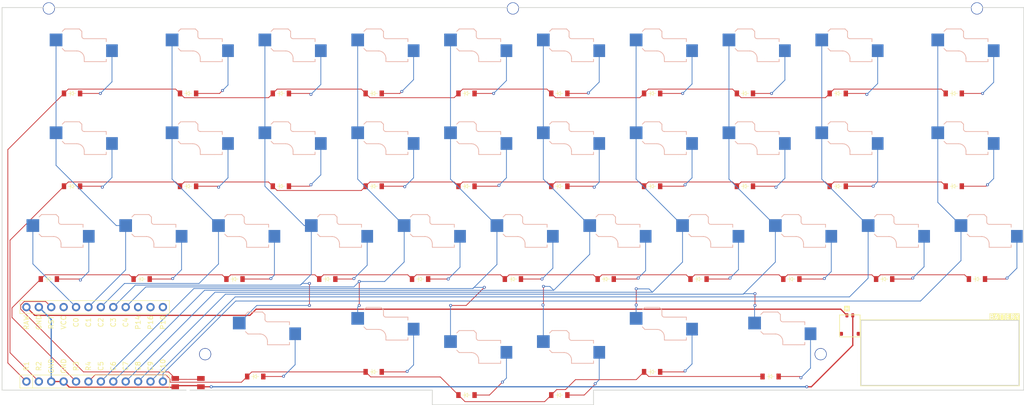
<source format=kicad_pcb>
(kicad_pcb (version 20240108) (generator "pcbnew") (generator_version "8.0")
  (title_block (title "Block") (rev "v1.0.0") (company "Unknown"))
  (layers (0 "F.Cu" signal) (31 "B.Cu" signal) (34 "B.Paste" user) (35 "F.Paste" user) (36 "B.SilkS" user "B.Silkscreen") (37 "F.SilkS" user "F.Silkscreen") (38 "B.Mask" user) (39 "F.Mask" user) (44 "Edge.Cuts" user))
  (net 0 "")
  (net 1 "RAW")
  (net 2 "GND")
  (net 3 "RST")
  (net 4 "VCC")
  (net 5 "C0")
  (net 6 "C1")
  (net 7 "C2")
  (net 8 "C3")
  (net 9 "C4")
  (net 10 "P14")
  (net 11 "P16")
  (net 12 "P10")
  (net 13 "R1")
  (net 14 "R2")
  (net 15 "R3")
  (net 16 "R4")
  (net 17 "C5")
  (net 18 "C6")
  (net 19 "C7")
  (net 20 "C8")
  (net 21 "C9")
  (net 22 "C10")
  (net 23 "q_top")
  (net 24 "w_top")
  (net 25 "e_top")
  (net 26 "r_top")
  (net 27 "t_top")
  (net 28 "y_top")
  (net 29 "u_top")
  (net 30 "i_top")
  (net 31 "o_top")
  (net 32 "p_top")
  (net 33 "a_home")
  (net 34 "s_home")
  (net 35 "d_home")
  (net 36 "f_home")
  (net 37 "g_home")
  (net 38 "h_home")
  (net 39 "j_home")
  (net 40 "k_home")
  (net 41 "l_home")
  (net 42 "semi_home")
  (net 43 "extra_bottom")
  (net 44 "z_bottom")
  (net 45 "x_bottom")
  (net 46 "c_bottom")
  (net 47 "v_bottom")
  (net 48 "b_bottom")
  (net 49 "n_bottom")
  (net 50 "m_bottom")
  (net 51 "comma_bottom")
  (net 52 "dot_bottom")
  (net 53 "slash_bottom")
  (net 54 "flex_thumb")
  (net 55 "base_thumb")
  (net 56 "ext_thumb")
  (net 57 "ext2_thumb")
  (net 58 "base2_thumb")
  (net 59 "flex2_thumb")
  (footprint "ComboDiode" (layer "F.Cu") (at 80.75 24)
    (property "Reference" "D15" (hide yes))
    (property "Value" "")
  )
  (footprint "ComboDiode" (layer "F.Cu") (at 118.75 5)
    (property "Reference" "D7" (hide yes))
    (property "Value" "")
  )
  (footprint "ComboDiode" (layer "F.Cu") (at 137.75 24)
    (property "Reference" "D18" (hide yes))
    (property "Value" "")
  )
  (footprint "ComboDiode" (layer "F.Cu") (at 156.75 5)
    (property "Reference" "D9" (hide yes))
    (property "Value" "")
  )
  (footprint "ComboDiode" (layer "F.Cu") (at 166.25 43)
    (property "Reference" "D30" (hide yes))
    (property "Value" "")
  )
  (footprint "ComboDiode" (layer "F.Cu") (at 137.75 5)
    (property "Reference" "D8" (hide yes))
    (property "Value" "")
  )
  (footprint "ComboDiode" (layer "F.Cu") (at 118.75 62)
    (property "Reference" "D36" (hide yes))
    (property "Value" "")
  )
  (footprint "mounting_hole" (layer "F.Cu") (at -4.75 -12.4)
    (property "Reference" "H1" (hide yes))
    (property "Value" "")
  )
  (footprint "ComboDiode" (layer "F.Cu") (at 61.75 24)
    (property "Reference" "D14" (hide yes))
    (property "Value" "")
  )
  (footprint "ComboDiode" (layer "F.Cu") (at 118.75 24)
    (property "Reference" "D17" (hide yes))
    (property "Value" "")
  )
  (footprint "ComboDiode" (layer "F.Cu") (at 42.75 5)
    (property "Reference" "D3" (hide yes))
    (property "Value" "")
  )
  (footprint "ComboDiode" (layer "F.Cu") (at 0 5)
    (property "Reference" "D1" (hide yes))
    (property "Value" "")
  )
  (footprint "mounting_hole" (layer "F.Cu") (at 90.25 -12.4)
    (property "Reference" "H2" (hide yes))
    (property "Value" "")
  )
  (footprint "ComboDiode" (layer "F.Cu") (at 147.25 43)
    (property "Reference" "D29" (hide yes))
    (property "Value" "")
  )
  (footprint "ComboDiode" (layer "F.Cu") (at 61.75 5)
    (property "Reference" "D4" (hide yes))
    (property "Value" "")
  )
  (footprint "ComboDiode" (layer "F.Cu") (at 52.25 43)
    (property "Reference" "D24" (hide yes))
    (property "Value" "")
  )
  (footprint "ComboDiode" (layer "F.Cu") (at 180.5 5)
    (property "Reference" "D10" (hide yes))
    (property "Value" "")
  )
  (footprint "ComboDiode" (layer "F.Cu") (at 90.25 43)
    (property "Reference" "D26" (hide yes))
    (property "Value" "")
  )
  (footprint "ComboDiode" (layer "F.Cu") (at 61.75 62)
    (property "Reference" "D33" (hide yes))
    (property "Value" "")
  )
  (footprint "ComboDiode" (layer "F.Cu") (at 23.75 5)
    (property "Reference" "D2" (hide yes))
    (property "Value" "")
  )
  (footprint "ComboDiode" (layer "F.Cu") (at 42.75 24)
    (property "Reference" "D13" (hide yes))
    (property "Value" "")
  )
  (footprint "ComboDiode" (layer "F.Cu") (at 185.25 43)
    (property "Reference" "D31" (hide yes))
    (property "Value" "")
  )
  (footprint "ComboDiode" (layer "F.Cu") (at 23.75 24)
    (property "Reference" "D12" (hide yes))
    (property "Value" "")
  )
  (footprint "mounting_hole" (layer "F.Cu") (at 153.25 58.375)
    (property "Reference" "H5" (hide yes))
    (property "Value" "")
  )
  (footprint "conn_molex_pico_front" (layer "F.Cu") (at 159.225 52.31)
    (property "Reference" "CONN1" (hide yes))
    (property "Value" "")
  )
  (footprint "sw_reset_side" (layer "F.Cu") (at 23.75 64.2 180)
    (property "Reference" "SW1" (hide yes))
    (property "Value" "reset_button")
  )
  (footprint "ComboDiode" (layer "F.Cu") (at 99.75 24)
    (property "Reference" "D16" (hide yes))
    (property "Value" "")
  )
  (footprint "ComboDiode" (layer "F.Cu") (at 37.5 62.95)
    (property "Reference" "D32" (hide yes))
    (property "Value" "")
  )
  (footprint "ComboDiode" (layer "F.Cu") (at 80.75 5)
    (property "Reference" "D5" (hide yes))
    (property "Value" "")
  )
  (footprint "mounting_hole" (layer "F.Cu") (at 185.25 -12.4)
    (property "Reference" "H3" (hide yes))
    (property "Value" "")
  )
  (footprint "ComboDiode" (layer "F.Cu") (at 99.75 5)
    (property "Reference" "D6" (hide yes))
    (property "Value" "")
  )
  (footprint "ComboDiode" (layer "F.Cu") (at 109.25 43)
    (property "Reference" "D27" (hide yes))
    (property "Value" "")
  )
  (footprint "ComboDiode" (layer "F.Cu") (at 33.25 43)
    (property "Reference" "D23" (hide yes))
    (property "Value" "")
  )
  (footprint "ceoloide:mcu_nice_nano" (layer "F.Cu") (at 3.36 56.36 90)
    (property "Reference" "MCU1" (hide yes))
    (property "Value" "")
  )
  (footprint "ComboDiode" (layer "F.Cu") (at 128.25 43)
    (property "Reference" "D28" (hide yes))
    (property "Value" "")
  )
  (footprint "ComboDiode" (layer "F.Cu") (at 180.5 24)
    (property "Reference" "D20" (hide yes))
    (property "Value" "")
  )
  (footprint "ComboDiode" (layer "F.Cu") (at 80.75 66.75)
    (property "Reference" "D34" (hide yes))
    (property "Value" "")
  )
  (footprint "ComboDiode" (layer "F.Cu") (at 71.25 43)
    (property "Reference" "D25" (hide yes))
    (property "Value" "")
  )
  (footprint "mounting_hole" (layer "F.Cu") (at 27.25 58.375)
    (property "Reference" "H4" (hide yes))
    (property "Value" "")
  )
  (footprint "ComboDiode" (layer "F.Cu") (at 156.75 24)
    (property "Reference" "D19" (hide yes))
    (property "Value" "")
  )
  (footprint "ComboDiode" (layer "F.Cu") (at 143 62.95)
    (property "Reference" "D37" (hide yes))
    (property "Value" "")
  )
  (footprint "ComboDiode" (layer "F.Cu") (at 0 24)
    (property "Reference" "D11" (hide yes))
    (property "Value" "")
  )
  (footprint "ComboDiode" (layer "F.Cu") (at -4.75 43)
    (property "Reference" "D21" (hide yes))
    (property "Value" "")
  )
  (footprint "ComboDiode" (layer "F.Cu") (at 14.25 43)
    (property "Reference" "D22" (hide yes))
    (property "Value" "")
  )
  (footprint "ComboDiode" (layer "F.Cu") (at 99.75 66.75)
    (property "Reference" "D35" (hide yes))
    (property "Value" "")
  )
  (footprint "ceoloide:switch_choc_v1_v2" (layer "B.Cu") (at 37.5 57.95)
    (property "Reference" "S32" (hide yes))
    (property "Value" "")
  )
  (footprint "ceoloide:switch_choc_v1_v2" (layer "B.Cu") (at 23.75 0)
    (property "Reference" "S2" (hide yes))
    (property "Value" "")
  )
  (footprint "ceoloide:switch_choc_v1_v2" (layer "B.Cu") (at 118.75 0)
    (property "Reference" "S7" (hide yes))
    (property "Value" "")
  )
  (footprint "ceoloide:switch_choc_v1_v2" (layer "B.Cu") (at 118.75 19)
    (property "Reference" "S17" (hide yes))
    (property "Value" "")
  )
  (footprint "ceoloide:switch_choc_v1_v2" (layer "B.Cu") (at 14.25 38)
    (property "Reference" "S22" (hide yes))
    (property "Value" "")
  )
  (footprint "ceoloide:switch_choc_v1_v2" (layer "B.Cu") (at 90.25 38)
    (property "Reference" "S26" (hide yes))
    (property "Value" "")
  )
  (footprint "ceoloide:switch_choc_v1_v2" (layer "B.Cu") (at 180.5 0)
    (property "Reference" "S10" (hide yes))
    (property "Value" "")
  )
  (footprint "ceoloide:switch_choc_v1_v2" (layer "B.Cu") (at 61.75 57)
    (property "Reference" "S33" (hide yes))
    (property "Value" "")
  )
  (footprint "ceoloide:switch_choc_v1_v2" (layer "B.Cu") (at 71.25 38)
    (property "Reference" "S25" (hide yes))
    (property "Value" "")
  )
  (footprint "ceoloide:switch_choc_v1_v2" (layer "B.Cu") (at 185.25 38)
    (property "Reference" "S31" (hide yes))
    (property "Value" "")
  )
  (footprint "ceoloide:switch_choc_v1_v2" (layer "B.Cu") (at -4.75 38)
    (property "Reference" "S21" (hide yes))
    (property "Value" "")
  )
  (footprint "ceoloide:switch_choc_v1_v2" (layer "B.Cu") (at 99.75 19)
    (property "Reference" "S16" (hide yes))
    (property "Value" "")
  )
  (footprint "ceoloide:switch_choc_v1_v2" (layer "B.Cu") (at 80.75 0)
    (property "Reference" "S5" (hide yes))
    (property "Value" "")
  )
  (footprint "ceoloide:switch_choc_v1_v2" (layer "B.Cu") (at 23.75 19)
    (property "Reference" "S12" (hide yes))
    (property "Value" "")
  )
  (footprint "ceoloide:switch_choc_v1_v2" (layer "B.Cu") (at 118.75 57)
    (property "Reference" "S36" (hide yes))
    (property "Value" "")
  )
  (footprint "ceoloide:switch_choc_v1_v2" (layer "B.Cu") (at 0 19)
    (property "Reference" "S11" (hide yes))
    (property "Value" "")
  )
  (footprint "ceoloide:switch_choc_v1_v2" (layer "B.Cu") (at 180.5 19)
    (property "Reference" "S20" (hide yes))
    (property "Value" "")
  )
  (footprint "ceoloide:switch_choc_v1_v2" (layer "B.Cu") (at 80.75 61.75)
    (property "Reference" "S34" (hide yes))
    (property "Value" "")
  )
  (footprint "ceoloide:switch_choc_v1_v2" (layer "B.Cu") (at 156.75 0)
    (property "Reference" "S9" (hide yes))
    (property "Value" "")
  )
  (footprint "ceoloide:switch_choc_v1_v2" (layer "B.Cu") (at 42.75 0)
    (property "Reference" "S3" (hide yes))
    (property "Value" "")
  )
  (footprint "ceoloide:switch_choc_v1_v2" (layer "B.Cu") (at 99.75 61.75)
    (property "Reference" "S35" (hide yes))
    (property "Value" "")
  )
  (footprint "ceoloide:switch_choc_v1_v2" (layer "B.Cu") (at 61.75 0)
    (property "Reference" "S4" (hide yes))
    (property "Value" "")
  )
  (footprint "ceoloide:switch_choc_v1_v2" (layer "B.Cu") (at 52.25 38)
    (property "Reference" "S24" (hide yes))
    (property "Value" "")
  )
  (footprint "ceoloide:switch_choc_v1_v2" (layer "B.Cu") (at 147.25 38)
    (property "Reference" "S29" (hide yes))
    (property "Value" "")
  )
  (footprint "ceoloide:switch_choc_v1_v2" (layer "B.Cu") (at 61.75 19)
    (property "Reference" "S14" (hide yes))
    (property "Value" "")
  )
  (footprint "ceoloide:switch_choc_v1_v2" (layer "B.Cu") (at 137.75 19)
    (property "Reference" "S18" (hide yes))
    (property "Value" "")
  )
  (footprint "ceoloide:switch_choc_v1_v2" (layer "B.Cu") (at 166.25 38)
    (property "Reference" "S30" (hide yes))
    (property "Value" "")
  )
  (footprint "ceoloide:switch_choc_v1_v2" (layer "B.Cu") (at 137.75 0)
    (property "Reference" "S8" (hide yes))
    (property "Value" "")
  )
  (footprint "ceoloide:switch_choc_v1_v2" (layer "B.Cu") (at 109.25 38)
    (property "Reference" "S27" (hide yes))
    (property "Value" "")
  )
  (footprint "ceoloide:switch_choc_v1_v2" (layer "B.Cu") (at 156.75 19)
    (property "Reference" "S19" (hide yes))
    (property "Value" "")
  )
  (footprint "ceoloide:switch_choc_v1_v2" (layer "B.Cu") (at 42.75 19)
    (property "Reference" "S13" (hide yes))
    (property "Value" "")
  )
  (footprint "ceoloide:switch_choc_v1_v2" (layer "B.Cu") (at 80.75 19)
    (property "Reference" "S15" (hide yes))
    (property "Value" "")
  )
  (footprint "ceoloide:switch_choc_v1_v2" (layer "B.Cu") (at 33.25 38)
    (property "Reference" "S23" (hide yes))
    (property "Value" "")
  )
  (footprint "ceoloide:switch_choc_v1_v2" (layer "B.Cu") (at 128.25 38)
    (property "Reference" "S28" (hide yes))
    (property "Value" "")
  )
  (footprint "ceoloide:switch_choc_v1_v2" (layer "B.Cu") (at 0 0)
    (property "Reference" "S1" (hide yes))
    (property "Value" "")
  )
  (footprint "ceoloide:switch_choc_v1_v2" (layer "B.Cu") (at 143 57.95)
    (property "Reference" "S37" (hide yes))
    (property "Value" "")
  )
  (footprint "ceoloide:switch_choc_v1_v2" (layer "B.Cu") (at 99.75 0)
    (property "Reference" "S6" (hide yes))
    (property "Value" "")
  )
  (gr_line (start 193.9255 64.85) (end 193.9255 51.35) (stroke (width 0.15)) (layer "F.SilkS"))
  (gr_line (start 193.9255 51.35) (end 161.4255 51.35) (stroke (width 0.15)) (layer "F.SilkS"))
  (gr_line (start 161.4255 51.35) (end 161.4255 64.85) (stroke (width 0.15)) (layer "F.SilkS"))
  (gr_line (start 161.4255 64.85) (end 193.9255 64.85) (stroke (width 0.15)) (layer "F.SilkS"))
  (gr_line (start 106.75 68.75) (end 106.75 65.75) (stroke (width 0.15)) (layer "Edge.Cuts"))
  (gr_line (start 73.75 65.75) (end 73.75 68.75) (stroke (width 0.15)) (layer "Edge.Cuts"))
  (gr_line (start 193.8255 51.45) (end 161.5255 51.45) (stroke (width 0.15)) (layer "Edge.Cuts"))
  (gr_line (start 193.8255 64.75) (end 193.8255 51.45) (stroke (width 0.15)) (layer "Edge.Cuts"))
  (gr_line (start -14.3255 65.75) (end -14.3255 -12.575) (stroke (width 0.15)) (layer "Edge.Cuts"))
  (gr_line (start 106.75 65.75) (end 194.8255 65.75) (stroke (width 0.15)) (layer "Edge.Cuts"))
  (gr_line (start 161.5255 51.45) (end 161.5255 64.75) (stroke (width 0.15)) (layer "Edge.Cuts"))
  (gr_line (start -14.3255 65.75) (end 73.75 65.75) (stroke (width 0.15)) (layer "Edge.Cuts"))
  (gr_line (start 194.8255 -12.575) (end -14.3255 -12.575) (stroke (width 0.15)) (layer "Edge.Cuts"))
  (gr_line (start 73.75 68.75) (end 106.75 68.75) (stroke (width 0.15)) (layer "Edge.Cuts"))
  (gr_line (start 194.8255 65.75) (end 194.8255 -12.575) (stroke (width 0.15)) (layer "Edge.Cuts"))
  (gr_line (start 161.5255 64.75) (end 193.8255 64.75) (stroke (width 0.15)) (layer "Edge.Cuts"))
  (gr_text "BATTERY" (at 190.83821 50.75 0) (layer "F.SilkS" knockout) (effects (font (size 1 1))))
  (segment (start 157.361 49.171) (end 37.671693 49.171) (width 0.25) (layer "F.Cu") (net 1))
  (segment (start 36.407693 50.435) (end -7.645 50.435) (width 0.25) (layer "F.Cu") (net 1))
  (segment (start -7.645 50.435) (end -9.34 48.74) (width 0.25) (layer "F.Cu") (net 1))
  (segment (start 158.625 50.435) (end 157.361 49.171) (width 0.25) (layer "F.Cu") (net 1))
  (segment (start 37.671693 49.171) (end 36.407693 50.435) (width 0.25) (layer "F.Cu") (net 1))
  (segment (start 159.825 56.575) (end 159.825 50.435) (width 0.25) (layer "F.Cu") (net 2))
  (segment (start 26.375 65.05) (end 26.146 64.821) (width 0.25) (layer "F.Cu") (net 2))
  (segment (start 28.5 65.05) (end 26.375 65.05) (width 0.25) (layer "F.Cu") (net 2))
  (segment (start 26.146 64.821) (end 21.354 64.821) (width 0.25) (layer "F.Cu") (net 2))
  (segment (start 150.4 65.05) (end 151.35 65.05) (width 0.25) (layer "F.Cu") (net 2))
  (segment (start 21.125 65.05) (end 21.02 65.155) (width 0.25) (layer "F.Cu") (net 2))
  (segment (start -0.545 65.155) (end -1.72 63.98) (width 0.25) (layer "F.Cu") (net 2))
  (segment (start -4.26 63.98) (end -1.72 63.98) (width 0.25) (layer "F.Cu") (net 2))
  (segment (start 151.35 65.05) (end 159.825 56.575) (width 0.25) (layer "F.Cu") (net 2))
  (segment (start 21.354 64.821) (end 21.125 65.05) (width 0.25) (layer "F.Cu") (net 2))
  (segment (start 21.02 65.155) (end -0.545 65.155) (width 0.25) (layer "F.Cu") (net 2))
  (via (at 150.4 65.05) (size 0.6) (drill 0.3) (layers "F.Cu" "B.Cu") (net 2))
  (via (at 28.5 65.05) (size 0.6) (drill 0.3) (layers "F.Cu" "B.Cu") (net 2))
  (segment (start -4.26 51.28) (end -6.8 48.74) (width 0.25) (layer "B.Cu") (net 2))
  (segment (start 150.4 65.05) (end 28.5 65.05) (width 0.25) (layer "B.Cu") (net 2))
  (segment (start -4.26 63.98) (end -4.26 51.28) (width 0.25) (layer "B.Cu") (net 2))
  (segment (start 21.125 63.35) (end 19.775 62) (width 0.15) (layer "F.Cu") (net 3))
  (segment (start 2.329009 62) (end -10.5 49.170991) (width 0.15) (layer "F.Cu") (net 3))
  (segment (start 19.775 62) (end 2.329009 62) (width 0.15) (layer "F.Cu") (net 3))
  (segment (start -5.4 47.6) (end -4.26 48.74) (width 0.15) (layer "F.Cu") (net 3))
  (segment (start -9.790991 47.6) (end -5.4 47.6) (width 0.15) (layer "F.Cu") (net 3))
  (segment (start 26.196 63.529) (end 26.375 63.35) (width 0.15) (layer "F.Cu") (net 3))
  (segment (start 21.125 63.35) (end 21.304 63.529) (width 0.15) (layer "F.Cu") (net 3))
  (segment (start -10.5 48.309009) (end -9.790991 47.6) (width 0.15) (layer "F.Cu") (net 3))
  (segment (start -10.5 49.170991) (end -10.5 48.309009) (width 0.15) (layer "F.Cu") (net 3))
  (segment (start 21.304 63.529) (end 26.196 63.529) (width 0.15) (layer "F.Cu") (net 3))
  (segment (start -8.025 39.895) (end 0.82 48.74) (width 0.15) (layer "B.Cu") (net 5))
  (segment (start -8.025 32.05) (end -8.025 39.895) (width 0.15) (layer "B.Cu") (net 5))
  (segment (start -3.275 19.72581) (end 9.04919 32.05) (width 0.15) (layer "B.Cu") (net 6))
  (segment (start 10.975 32.05) (end 10.975 41.125) (width 0.15) (layer "B.Cu") (net 6))
  (segment (start -3.275 13.05) (end -3.275 19.72581) (width 0.15) (layer "B.Cu") (net 6))
  (segment (start 9.04919 32.05) (end 10.975 32.05) (width 0.15) (layer "B.Cu") (net 6))
  (segment (start -3.275 13.05) (end -3.275 -5.95) (width 0.15) (layer "B.Cu") (net 6))
  (segment (start 10.975 41.125) (end 3.36 48.74) (width 0.15) (layer "B.Cu") (net 6))
  (segment (start 20.475 13.05) (end 20.475 22.55) (width 0.15) (layer "B.Cu") (net 7))
  (segment (start 20.475 -5.95) (end 20.475 13.05) (width 0.15) (layer "B.Cu") (net 7))
  (segment (start 29.975 32.05) (end 29.975 39.925) (width 0.15) (layer "B.Cu") (net 7))
  (segment (start 29.975 39.925) (end 26 43.9) (width 0.15) (layer "B.Cu") (net 7))
  (segment (start 26 43.9) (end 10.74 43.9) (width 0.15) (layer "B.Cu") (net 7))
  (segment (start 10.74 43.9) (end 5.9 48.74) (width 0.15) (layer "B.Cu") (net 7))
  (segment (start 20.475 22.55) (end 29.975 32.05) (width 0.15) (layer "B.Cu") (net 7))
  (segment (start 48.6 48.4) (end 48.6 43.9) (width 0.15) (layer "F.Cu") (net 8))
  (via (at 48.6 43.9) (size 0.6) (drill 0.3) (layers "F.Cu" "B.Cu") (net 8))
  (via (at 48.6 48.4) (size 0.6) (drill 0.3) (layers "F.Cu" "B.Cu") (net 8))
  (segment (start 39.475 24) (end 47.525 32.05) (width 0.15) (layer "B.Cu") (net 8))
  (segment (start 39.475 -5.95) (end 39.475 13.05) (width 0.15) (layer "B.Cu") (net 8))
  (segment (start 12.93 44.25) (end 8.44 48.74) (width 0.15) (layer "B.Cu") (net 8))
  (segment (start 47.1 43.9) (end 46.75 44.25) (width 0.15) (layer "B.Cu") (net 8))
  (segment (start 48.975 42.025) (end 46.75 44.25) (width 0.15) (layer "B.Cu") (net 8))
  (segment (start 48.975 32.05) (end 48.975 42.025) (width 0.15) (layer "B.Cu") (net 8))
  (segment (start 48.6 43.9) (end 47.1 43.9) (width 0.15) (layer "B.Cu") (net 8))
  (segment (start 37.825 48.4) (end 48.6 48.4) (width 0.15) (layer "B.Cu") (net 8))
  (segment (start 39.475 13.05) (end 39.475 24) (width 0.15) (layer "B.Cu") (net 8))
  (segment (start 48.975 32.05) (end 47.525 32.05) (width 0.15) (layer "B.Cu") (net 8))
  (segment (start 46.75 44.25) (end 12.93 44.25) (width 0.15) (layer "B.Cu") (net 8))
  (segment (start 34.225 52) (end 37.825 48.4) (width 0.15) (layer "B.Cu") (net 8))
  (segment (start 58.8 43.5) (end 58.8 48.4) (width 0.15) (layer "F.Cu") (net 9))
  (via (at 58.8 48.4) (size 0.6) (drill 0.3) (layers "F.Cu" "B.Cu") (net 9))
  (via (at 58.8 43.5) (size 0.6) (drill 0.3) (layers "F.Cu" "B.Cu") (net 9))
  (segment (start 57.7 44.6) (end 58.8 43.5) (width 0.15) (layer "B.Cu") (net 9))
  (segment (start 10.98 48.74) (end 15.12 44.6) (width 0.15) (layer "B.Cu") (net 9))
  (segment (start 68 32.075) (end 68 39.5) (width 0.15) (layer "B.Cu") (net 9))
  (segment (start 67.975 32.05) (end 68 32.075) (width 0.15) (layer "B.Cu") (net 9))
  (segment (start 64 43.5) (end 58.8 43.5) (width 0.15) (layer "B.Cu") (net 9))
  (segment (start 58.475 13.05) (end 58.475 22.55) (width 0.15) (layer "B.Cu") (net 9))
  (segment (start 58.475 48.725) (end 58.475 51.05) (width 0.15) (layer "B.Cu") (net 9))
  (segment (start 58.475 13.05) (end 58.475 -5.95) (width 0.15) (layer "B.Cu") (net 9))
  (segment (start 15.12 44.6) (end 57.7 44.6) (width 0.15) (layer "B.Cu") (net 9))
  (segment (start 58.8 48.4) (end 58.475 48.725) (width 0.15) (layer "B.Cu") (net 9))
  (segment (start 58.475 22.55) (end 67.975 32.05) (width 0.15) (layer "B.Cu") (net 9))
  (segment (start 68 39.5) (end 64 43.5) (width 0.15) (layer "B.Cu") (net 9))
  (segment (start 177.975 4.125) (end 178.85 5) (width 0.15) (layer "F.Cu") (net 13))
  (segment (start 98.975 5.875) (end 98.1 5) (width 0.15) (layer "F.Cu") (net 13))
  (segment (start 97.225 4.125) (end 98.1 5) (width 0.15) (layer "F.Cu") (net 13))
  (segment (start 117.1 5) (end 116.225 5.875) (width 0.15) (layer "F.Cu") (net 13))
  (segment (start 79.975 4.125) (end 97.225 4.125) (width 0.15) (layer "F.Cu") (net 13))
  (segment (start 154.225 5.875) (end 136.975 5.875) (width 0.15) (layer "F.Cu") (net 13))
  (segment (start 78.225 5.875) (end 60.975 5.875) (width 0.15) (layer "F.Cu") (net 13))
  (segment (start 22.975 5.875) (end 22.1 5) (width 0.15) (layer "F.Cu") (net 13))
  (segment (start 116.225 5.875) (end 98.975 5.875) (width 0.15) (layer "F.Cu") (net 13))
  (segment (start -1.65 5) (end -13.15 16.5) (width 0.15) (layer "F.Cu") (net 13))
  (segment (start 60.975 5.875) (end 60.1 5) (width 0.15) (layer "F.Cu") (net 13))
  (segment (start 155.1 5) (end 155.975 4.125) (width 0.15) (layer "F.Cu") (net 13))
  (segment (start 21.225 4.125) (end 22.1 5) (width 0.15) (layer "F.Cu") (net 13))
  (segment (start 155.975 4.125) (end 177.975 4.125) (width 0.15) (layer "F.Cu") (net 13))
  (segment (start -0.775 4.125) (end 21.225 4.125) (width 0.15) (layer "F.Cu") (net 13))
  (segment (start 79.1 5) (end 78.225 5.875) (width 0.15) (layer "F.Cu") (net 13))
  (segment (start 40.225 5.875) (end 22.975 5.875) (width 0.15) (layer "F.Cu") (net 13))
  (segment (start 41.975 4.125) (end 59.225 4.125) (width 0.15) (layer "F.Cu") (net 13))
  (segment (start -1.65 5) (end -0.775 4.125) (width 0.15) (layer "F.Cu") (net 13))
  (segment (start 117.975 4.125) (end 135.225 4.125) (width 0.15) (layer "F.Cu") (net 13))
  (segment (start 79.1 5) (end 79.975 4.125) (width 0.15) (layer "F.Cu") (net 13))
  (segment (start 155.1 5) (end 154.225 5.875) (width 0.15) (layer "F.Cu") (net 13))
  (segment (start 136.975 5.875) (end 136.1 5) (width 0.15) (layer "F.Cu") (net 13))
  (segment (start -13.15 60.17) (end -9.34 63.98) (width 0.15) (layer "F.Cu") (net 13))
  (segment (start 135.225 4.125) (end 136.1 5) (width 0.15) (layer "F.Cu") (net 13))
  (segment (start 41.1 5) (end 40.225 5.875) (width 0.15) (layer "F.Cu") (net 13))
  (segment (start 59.225 4.125) (end 60.1 5) (width 0.15) (layer "F.Cu") (net 13))
  (segment (start -13.15 16.5) (end -13.15 60.17) (width 0.15) (layer "F.Cu") (net 13))
  (segment (start 117.1 5) (end 117.975 4.125) (width 0.15) (layer "F.Cu") (net 13))
  (segment (start 41.1 5) (end 41.975 4.125) (width 0.15) (layer "F.Cu") (net 13))
  (segment (start -0.775 23.125) (end 21.225 23.125) (width 0.15) (layer "F.Cu") (net 14))
  (segment (start 98.975 23.125) (end 116.225 23.125) (width 0.15) (layer "F.Cu") (net 14))
  (segment (start 97.225 23.125) (end 98.1 24) (width 0.15) (layer "F.Cu") (net 14))
  (segment (start 78.225 23.125) (end 79.1 24) (width 0.15) (layer "F.Cu") (net 14))
  (segment (start -1.65 24) (end -12.7 35.05) (width 0.15) (layer "F.Cu") (net 14))
  (segment (start 59.225 24.875) (end 60.1 24) (width 0.15) (layer "F.Cu") (net 14))
  (segment (start 117.1 24) (end 117.975 23.125) (width 0.15) (layer "F.Cu") (net 14))
  (segment (start 136.1 24) (end 136.975 23.125) (width 0.15) (layer "F.Cu") (net 14))
  (segment (start 79.975 23.125) (end 97.225 23.125) (width 0.15) (layer "F.Cu") (net 14))
  (segment (start 154.225 23.125) (end 155.1 24) (width 0.15) (layer "F.Cu") (net 14))
  (segment (start -12.7 35.05) (end -12.7 58.08) (width 0.15) (layer "F.Cu") (net 14))
  (segment (start 155.975 23.125) (end 177.975 23.125) (width 0.15) (layer "F.Cu") (net 14))
  (segment (start -12.7 58.08) (end -6.8 63.98) (width 0.15) (layer "F.Cu") (net 14))
  (segment (start 60.1 24) (end 60.975 23.125) (width 0.15) (layer "F.Cu") (net 14))
  (segment (start 79.1 24) (end 79.975 23.125) (width 0.15) (layer "F.Cu") (net 14))
  (segment (start 116.225 23.125) (end 117.1 24) (width 0.15) (layer "F.Cu") (net 14))
  (segment (start 155.1 24) (end 155.975 23.125) (width 0.15) (layer "F.Cu") (net 14))
  (segment (start 135.225 23.125) (end 136.1 24) (width 0.15) (layer "F.Cu") (net 14))
  (segment (start 98.1 24) (end 98.975 23.125) (width 0.15) (layer "F.Cu") (net 14))
  (segment (start 177.975 23.125) (end 178.85 24) (width 0.15) (layer "F.Cu") (net 14))
  (segment (start 22.1 24) (end 22.975 23.125) (width 0.15) (layer "F.Cu") (net 14))
  (segment (start 22.975 23.125) (end 40.225 23.125) (width 0.15) (layer "F.Cu") (net 14))
  (segment (start 117.975 23.125) (end 135.225 23.125) (width 0.15) (layer "F.Cu") (net 14))
  (segment (start 41.975 24.875) (end 59.225 24.875) (width 0.15) (layer "F.Cu") (net 14))
  (segment (start 41.1 24) (end 41.975 24.875) (width 0.15) (layer "F.Cu") (net 14))
  (segment (start 60.975 23.125) (end 78.225 23.125) (width 0.15) (layer "F.Cu") (net 14))
  (segment (start 136.975 23.125) (end 154.225 23.125) (width 0.15) (layer "F.Cu") (net 14))
  (segment (start 21.225 23.125) (end 22.1 24) (width 0.15) (layer "F.Cu") (net 14))
  (segment (start -1.65 24) (end -0.775 23.125) (width 0.15) (layer "F.Cu") (net 14))
  (segment (start 40.225 23.125) (end 41.1 24) (width 0.15) (layer "F.Cu") (net 14))
  (segment (start 107.6 43) (end 108.475 42.125) (width 0.15) (layer "F.Cu") (net 15))
  (segment (start 13.575 42.125) (end 30.725 42.125) (width 0.15) (layer "F.Cu") (net 15))
  (segment (start 70.475 42.125) (end 87.725 42.125) (width 0.15) (layer "F.Cu") (net 15))
  (segment (start 145.6 43) (end 146.475 42.125) (width 0.15) (layer "F.Cu") (net 15))
  (segment (start 182.725 42.125) (end 183.6 43) (width 0.15) (layer "F.Cu") (net 15))
  (segment (start 89.475 42.125) (end 106.725 42.125) (width 0.15) (layer "F.Cu") (net 15))
  (segment (start 11.725 42.125) (end 12.6 43) (width 0.15) (layer "F.Cu") (net 15))
  (segment (start 30.725 42.125) (end 31.6 43) (width 0.15) (layer "F.Cu") (net 15))
  (segment (start -12.3 48.9) (end -6.4 43) (width 0.15) (layer "F.Cu") (net 15))
  (segment (start 106.725 42.125) (end 107.6 43) (width 0.15) (layer "F.Cu") (net 15))
  (segment (start -12.3 50.86) (end -12.3 48.9) (width 0.15) (layer "F.Cu") (net 15))
  (segment (start 32.475 42.125) (end 49.725 42.125) (width 0.15) (layer "F.Cu") (net 15))
  (segment (start 69.6 43) (end 70.475 42.125) (width 0.15) (layer "F.Cu") (net 15))
  (segment (start 126.6 43) (end 127.475 42.125) (width 0.15) (layer "F.Cu") (net 15))
  (segment (start 68.725 42.125) (end 69.6 43) (width 0.15) (layer "F.Cu") (net 15))
  (segment (start 163.725 42.125) (end 164.6 43) (width 0.15) (layer "F.Cu") (net 15))
  (segment (start 164.6 43) (end 165.475 42.125) (width 0.15) (layer "F.Cu") (net 15))
  (segment (start 146.475 42.125) (end 163.725 42.125) (width 0.15) (layer "F.Cu") (net 15))
  (segment (start 51.475 42.125) (end 68.725 42.125) (width 0.15) (layer "F.Cu") (net 15))
  (segment (start 87.725 42.125) (end 88.6 43) (width 0.15) (layer "F.Cu") (net 15))
  (segment (start 12.6 43) (end 12.7 43) (width 0.15) (layer "F.Cu") (net 15))
  (segment (start 12.7 43) (end 13.575 42.125) (width 0.15) (layer "F.Cu") (net 15))
  (segment (start 165.475 42.125) (end 182.725 42.125) (width 0.15) (layer "F.Cu") (net 15))
  (segment (start -5.525 42.125) (end 11.725 42.125) (width 0.15) (layer "F.Cu") (net 15))
  (segment (start 50.6 43) (end 51.475 42.125) (width 0.15) (layer "F.Cu") (net 15))
  (segment (start 31.6 43) (end 32.475 42.125) (width 0.15) (layer "F.Cu") (net 15))
  (segment (start 127.475 42.125) (end 144.725 42.125) (width 0.15) (layer "F.Cu") (net 15))
  (segment (start 0.82 63.98) (end -12.3 50.86) (width 0.15) (layer "F.Cu") (net 15))
  (segment (start 88.6 43) (end 89.475 42.125) (width 0.15) (layer "F.Cu") (net 15))
  (segment (start -6.4 43) (end -5.525 42.125) (width 0.15) (layer "F.Cu") (net 15))
  (segment (start 125.725 42.125) (end 126.6 43) (width 0.15) (layer "F.Cu") (net 15))
  (segment (start 108.475 42.125) (end 125.725 42.125) (width 0.15) (layer "F.Cu") (net 15))
  (segment (start 49.725 42.125) (end 50.6 43) (width 0.15) (layer "F.Cu") (net 15))
  (segment (start 144.725 42.125) (end 145.6 43) (width 0.15) (layer "F.Cu") (net 15))
  (segment (start 118.05 62.95) (end 141.35 62.95) (width 0.15) (layer "F.Cu") (net 16))
  (segment (start 96.75 68.1) (end 98.1 66.75) (width 0.15) (layer "F.Cu") (net 16))
  (segment (start 35.85 62.95) (end 36.8 62) (width 0.15) (layer "F.Cu") (net 16))
  (segment (start 34.675 64.125) (end 35.85 62.95) (width 0.15) (layer "F.Cu") (net 16))
  (segment (start 99.224797 65.625203) (end 101.025202 65.625203) (width 0.15) (layer "F.Cu") (net 16))
  (segment (start 60.1 62) (end 60 62) (width 0.15) (layer "F.Cu") (net 16))
  (segment (start 19.2 62.6) (end 20.075 63.475) (width 0.15) (layer "F.Cu") (net 16))
  (segment (start 98.1 66.75) (end 99.224797 65.625203) (width 0.15) (layer "F.Cu") (net 16))
  (segment (start 103.050405 63.6) (end 115.5 63.6) (width 0.15) (layer "F.Cu") (net 16))
  (segment (start 101.025202 65.625203) (end 103.050405 63.6) (width 0.15) (layer "F.Cu") (net 16))
  (segment (start 20.075 63.475) (end 20.075 64.125) (width 0.15) (layer "F.Cu") (net 16))
  (segment (start 117.1 62) (end 118.05 62.95) (width 0.15) (layer "F.Cu") (net 16))
  (segment (start 75.379 63.029) (end 79.1 66.75) (width 0.15) (layer "F.Cu") (net 16))
  (segment (start 3.36 63.98) (end 4.74 62.6) (width 0.15) (layer "F.Cu") (net 16))
  (segment (start 20.075 64.125) (end 34.675 64.125) (width 0.15) (layer "F.Cu") (net 16))
  (segment (start 79.1 66.75) (end 80.45 68.1) (width 0.15) (layer "F.Cu") (net 16))
  (segment (start 80.45 68.1) (end 96.75 68.1) (width 0.15) (layer "F.Cu") (net 16))
  (segment (start 36.8 62) (end 60.1 62) (width 0.15) (layer "F.Cu") (net 16))
  (segment (start 115.5 63.6) (end 117.1 62) (width 0.15) (layer "F.Cu") (net 16))
  (segment (start 60.1 62) (end 61.129 63.029) (width 0.15) (layer "F.Cu") (net 16))
  (segment (start 4.74 62.6) (end 19.2 62.6) (width 0.15) (layer "F.Cu") (net 16))
  (segment (start 61.129 63.029) (end 75.379 63.029) (width 0.15) (layer "F.Cu") (net 16))
  (segment (start 77.5 48.4) (end 80.7 48.4) (width 0.15) (layer "F.Cu") (net 17))
  (segment (start 80.7 48.4) (end 84.4 44.7) (width 0.15) (layer "F.Cu") (net 17))
  (via (at 77.5 48.4) (size 0.6) (drill 0.3) (layers "F.Cu" "B.Cu") (net 17))
  (via (at 84.4 44.7) (size 0.6) (drill 0.3) (layers "F.Cu" "B.Cu") (net 17))
  (segment (start 77.475 13.05) (end 77.475 -5.95) (width 0.15) (layer "B.Cu") (net 17))
  (segment (start 82.05 44.95) (end 24.93 44.95) (width 0.15) (layer "B.Cu") (net 17))
  (segment (start 77.475 22.55) (end 86.975 32.05) (width 0.15) (layer "B.Cu") (net 17))
  (segment (start 77.475 48.425) (end 77.5 48.4) (width 0.15) (layer "B.Cu") (net 17))
  (segment (start 24.93 44.95) (end 5.9 63.98) (width 0.15) (layer "B.Cu") (net 17))
  (segment (start 84.4 44.7) (end 82.3 44.7) (width 0.15) (layer "B.Cu") (net 17))
  (segment (start 82.3 44.7) (end 82.05 44.95) (width 0.15) (layer "B.Cu") (net 17))
  (segment (start 86.975 32.05) (end 86.975 40.025) (width 0.15) (layer "B.Cu") (net 17))
  (segment (start 77.475 13.05) (end 77.475 22.55) (width 0.15) (layer "B.Cu") (net 17))
  (segment (start 77.475 55.8) (end 77.475 48.425) (width 0.15) (layer "B.Cu") (net 17))
  (segment (start 86.975 40.025) (end 82.05 44.95) (width 0.15) (layer "B.Cu") (net 17))
  (segment (start 96.5 48.2) (end 96.5 44.5) (width 0.15) (layer "F.Cu") (net 18))
  (segment (start 96.4 48.3) (end 96.5 48.2) (width 0.15) (layer "F.Cu") (net 18))
  (via (at 96.4 48.3) (size 0.6) (drill 0.3) (layers "F.Cu" "B.Cu") (net 18))
  (via (at 96.5 44.5) (size 0.6) (drill 0.3) (layers "F.Cu" "B.Cu") (net 18))
  (segment (start 105.975 37.930025) (end 98.605025 45.3) (width 0.15) (layer "B.Cu") (net 18))
  (segment (start 97.805025 44.5) (end 98.605025 45.3) (width 0.15) (layer "B.Cu") (net 18))
  (segment (start 96.475 13.05) (end 96.475 -5.95) (width 0.15) (layer "B.Cu") (net 18))
  (segment (start 96.475 13.05) (end 96.475 22.55) (width 0.15) (layer "B.Cu") (net 18))
  (segment (start 98.605025 45.3) (end 27.12 45.3) (width 0.15) (layer "B.Cu") (net 18))
  (segment (start 96.5 44.5) (end 97.805025 44.5) (width 0.15) (layer "B.Cu") (net 18))
  (segment (start 105.975 32.05) (end 105.975 37.930025) (width 0.15) (layer "B.Cu") (net 18))
  (segment (start 96.475 22.55) (end 105.975 32.05) (width 0.15) (layer "B.Cu") (net 18))
  (segment (start 96.475 48.375) (end 96.4 48.3) (width 0.15) (layer "B.Cu") (net 18))
  (segment (start 27.12 45.3) (end 8.44 63.98) (width 0.15) (layer "B.Cu") (net 18))
  (segment (start 96.475 55.8) (end 96.475 48.375) (width 0.15) (layer "B.Cu") (net 18))
  (segment (start 115.5 48.3) (end 115.5 45) (width 0.15) (layer "F.Cu") (net 19))
  (via (at 115.5 48.3) (size 0.6) (drill 0.3) (layers "F.Cu" "B.Cu") (net 19))
  (via (at 115.5 45) (size 0.6) (drill 0.3) (layers "F.Cu" "B.Cu") (net 19))
  (segment (start 115.475 51.05) (end 115.475 48.325) (width 0.15) (layer "B.Cu") (net 19))
  (segment (start 118.8 45.7) (end 29.26 45.7) (width 0.15) (layer "B.Cu") (net 19))
  (segment (start 115.475 13.05) (end 115.475 22.55) (width 0.15) (layer "B.Cu") (net 19))
  (segment (start 118.1 45) (end 118.8 45.7) (width 0.15) (layer "B.Cu") (net 19))
  (segment (start 115.475 48.325) (end 115.5 48.3) (width 0.15) (layer "B.Cu") (net 19))
  (segment (start 115.475 13.05) (end 115.475 -5.95) (width 0.15) (layer "B.Cu") (net 19))
  (segment (start 124.975 32.05) (end 124.975 39.525) (width 0.15) (layer "B.Cu") (net 19))
  (segment (start 29.26 45.7) (end 10.98 63.98) (width 0.15) (layer "B.Cu") (net 19))
  (segment (start 115.475 22.55) (end 124.975 32.05) (width 0.15) (layer "B.Cu") (net 19))
  (segment (start 115.5 45) (end 118.1 45) (width 0.15) (layer "B.Cu") (net 19))
  (segment (start 124.975 39.525) (end 118.8 45.7) (width 0.15) (layer "B.Cu") (net 19))
  (segment (start 139.8 48.4) (end 139.8 46) (width 0.15) (layer "F.Cu") (net 20))
  (via (at 139.8 48.4) (size 0.6) (drill 0.3) (layers "F.Cu" "B.Cu") (net 20))
  (via (at 139.8 46) (size 0.6) (drill 0.3) (layers "F.Cu" "B.Cu") (net 20))
  (segment (start 139.725 48.475) (end 139.8 48.4) (width 0.15) (layer "B.Cu") (net 20))
  (segment (start 139.8 46) (end 137.5 46) (width 0.15) (layer "B.Cu") (net 20))
  (segment (start 134.475 22.55) (end 143.975 32.05) (width 0.15) (layer "B.Cu") (net 20))
  (segment (start 143.975 39.525) (end 137.4 46.1) (width 0.15) (layer "B.Cu") (net 20))
  (segment (start 143.975 32.05) (end 143.975 39.525) (width 0.15) (layer "B.Cu") (net 20))
  (segment (start 134.475 13.05) (end 134.475 22.55) (width 0.15) (layer "B.Cu") (net 20))
  (segment (start 134.475 13.05) (end 134.475 -5.95) (width 0.15) (layer "B.Cu") (net 20))
  (segment (start 137.4 46.1) (end 31.4 46.1) (width 0.15) (layer "B.Cu") (net 20))
  (segment (start 139.725 52) (end 139.725 48.475) (width 0.15) (layer "B.Cu") (net 20))
  (segment (start 137.5 46) (end 137.4 46.1) (width 0.15) (layer "B.Cu") (net 20))
  (segment (start 31.4 46.1) (end 13.52 63.98) (width 0.15) (layer "B.Cu") (net 20))
  (segment (start 33.39 46.65) (end 16.06 63.98) (width 0.15) (layer "B.Cu") (net 21))
  (segment (start 159.15 46.65) (end 33.39 46.65) (width 0.15) (layer "B.Cu") (net 21))
  (segment (start 153.475 13.05) (end 153.475 -5.95) (width 0.15) (layer "B.Cu") (net 21))
  (segment (start 153.475 13.05) (end 153.475 22.55) (width 0.15) (layer "B.Cu") (net 21))
  (segment (start 162.975 32.05) (end 162.975 42.825) (width 0.15) (layer "B.Cu") (net 21))
  (segment (start 153.475 22.55) (end 162.975 32.05) (width 0.15) (layer "B.Cu") (net 21))
  (segment (start 162.975 42.825) (end 159.15 46.65) (width 0.15) (layer "B.Cu") (net 21))
  (segment (start 177.225 13.05) (end 177.225 -5.95) (width 0.15) (layer "B.Cu") (net 22))
  (segment (start 177.225 27.3) (end 181.975 32.05) (width 0.15) (layer "B.Cu") (net 22))
  (segment (start 18.6 62.4) (end 33.5 47.5) (width 0.15) (layer "B.Cu") (net 22))
  (segment (start 177.225 13.05) (end 177.225 27.3) (width 0.15) (layer "B.Cu") (net 22))
  (segment (start 181.975 39.225) (end 181.975 32.05) (width 0.15) (layer "B.Cu") (net 22))
  (segment (start 33.5 47.5) (end 173.7 47.5) (width 0.15) (layer "B.Cu") (net 22))
  (segment (start 18.6 63.98) (end 18.6 62.4) (width 0.15) (layer "B.Cu") (net 22))
  (segment (start 173.7 47.5) (end 181.975 39.225) (width 0.15) (layer "B.Cu") (net 22))
  (segment (start 1.65 5) (end 5.8 5) (width 0.15) (layer "F.Cu") (net 23))
  (via (at 5.8 5) (size 0.6) (drill 0.3) (layers "F.Cu" "B.Cu") (net 23))
  (segment (start 5.8 5) (end 8.175 2.625) (width 0.15) (layer "B.Cu") (net 23))
  (segment (start 8.175 2.625) (end 8.175 -3.75) (width 0.15) (layer "B.Cu") (net 23))
  (segment (start 25.4 5) (end 30.2 5) (width 0.15) (layer "F.Cu") (net 24))
  (segment (start 30.2 5) (end 30.8 4.4) (width 0.15) (layer "F.Cu") (net 24))
  (via (at 30.8 4.4) (size 0.6) (drill 0.3) (layers "F.Cu" "B.Cu") (net 24))
  (segment (start 30.8 4.4) (end 31.925 3.275) (width 0.15) (layer "B.Cu") (net 24))
  (segment (start 31.925 3.275) (end 31.925 -3.75) (width 0.15) (layer "B.Cu") (net 24))
  (segment (start 44.4 5) (end 48.7 5) (width 0.15) (layer "F.Cu") (net 25))
  (segment (start 48.7 5) (end 48.9 5.2) (width 0.15) (layer "F.Cu") (net 25))
  (via (at 48.9 5.2) (size 0.6) (drill 0.3) (layers "F.Cu" "B.Cu") (net 25))
  (segment (start 50.925 3.175) (end 50.925 -3.75) (width 0.15) (layer "B.Cu") (net 25))
  (segment (start 48.9 5.2) (end 50.925 3.175) (width 0.15) (layer "B.Cu") (net 25))
  (segment (start 67.1 5) (end 67.5 4.6) (width 0.15) (layer "F.Cu") (net 26))
  (segment (start 63.4 5) (end 67.1 5) (width 0.15) (layer "F.Cu") (net 26))
  (via (at 67.5 4.6) (size 0.6) (drill 0.3) (layers "F.Cu" "B.Cu") (net 26))
  (segment (start 67.5 4.6) (end 69.925 2.175) (width 0.15) (layer "B.Cu") (net 26))
  (segment (start 69.925 2.175) (end 69.925 -3.75) (width 0.15) (layer "B.Cu") (net 26))
  (segment (start 82.4 5) (end 86.3 5) (width 0.15) (layer "F.Cu") (net 27))
  (via (at 86.3 5) (size 0.6) (drill 0.3) (layers "F.Cu" "B.Cu") (net 27))
  (segment (start 86.3 5) (end 88.925 2.375) (width 0.15) (layer "B.Cu") (net 27))
  (segment (start 88.925 2.375) (end 88.925 -3.75) (width 0.15) (layer "B.Cu") (net 27))
  (segment (start 101.4 5) (end 105.6 5) (width 0.15) (layer "F.Cu") (net 28))
  (segment (start 105.6 5) (end 105.7 4.9) (width 0.15) (layer "F.Cu") (net 28))
  (via (at 105.7 4.9) (size 0.6) (drill 0.3) (layers "F.Cu" "B.Cu") (net 28))
  (segment (start 105.7 4.9) (end 107.925 2.675) (width 0.15) (layer "B.Cu") (net 28))
  (segment (start 107.925 2.675) (end 107.925 -3.75) (width 0.15) (layer "B.Cu") (net 28))
  (segment (start 120.4 5) (end 125 5) (width 0.15) (layer "F.Cu") (net 29))
  (via (at 125 5) (size 0.6) (drill 0.3) (layers "F.Cu" "B.Cu") (net 29))
  (segment (start 126.925 3.075) (end 126.925 -3.75) (width 0.15) (layer "B.Cu") (net 29))
  (segment (start 125 5) (end 126.925 3.075) (width 0.15) (layer "B.Cu") (net 29))
  (segment (start 139.4 5) (end 143.2 5) (width 0.15) (layer "F.Cu") (net 30))
  (via (at 143.2 5) (size 0.6) (drill 0.3) (layers "F.Cu" "B.Cu") (net 30))
  (segment (start 143.2 5) (end 145.925 2.275) (width 0.15) (layer "B.Cu") (net 30))
  (segment (start 145.925 2.275) (end 145.925 -3.75) (width 0.15) (layer "B.Cu") (net 30))
  (segment (start 162.5 5) (end 162.7 5.2) (width 0.15) (layer "F.Cu") (net 31))
  (segment (start 158.4 5) (end 162.5 5) (width 0.15) (layer "F.Cu") (net 31))
  (via (at 162.7 5.2) (size 0.6) (drill 0.3) (layers "F.Cu" "B.Cu") (net 31))
  (segment (start 162.7 5.2) (end 164.925 2.975) (width 0.15) (layer "B.Cu") (net 31))
  (segment (start 164.925 2.975) (end 164.925 -3.75) (width 0.15) (layer "B.Cu") (net 31))
  (segment (start 182.15 5) (end 186.4 5) (width 0.15) (layer "F.Cu") (net 32))
  (via (at 186.4 5) (size 0.6) (drill 0.3) (layers "F.Cu" "B.Cu") (net 32))
  (segment (start 188.675 2.725) (end 188.675 -3.75) (width 0.15) (layer "B.Cu") (net 32))
  (segment (start 186.4 5) (end 188.675 2.725) (width 0.15) (layer "B.Cu") (net 32))
  (segment (start 6 24) (end 6.2 24.2) (width 0.15) (layer "F.Cu") (net 33))
  (segment (start 1.65 24) (end 6 24) (width 0.15) (layer "F.Cu") (net 33))
  (via (at 6.2 24.2) (size 0.6) (drill 0.3) (layers "F.Cu" "B.Cu") (net 33))
  (segment (start 8.175 22.225) (end 8.175 15.25) (width 0.15) (layer "B.Cu") (net 33))
  (segment (start 6.2 24.2) (end 8.175 22.225) (width 0.15) (layer "B.Cu") (net 33))
  (segment (start 25.4 24) (end 29.8 24) (width 0.15) (layer "F.Cu") (net 34))
  (segment (start 29.8 24) (end 30 24.2) (width 0.15) (layer "F.Cu") (net 34))
  (via (at 30 24.2) (size 0.6) (drill 0.3) (layers "F.Cu" "B.Cu") (net 34))
  (segment (start 30 24.2) (end 31.925 22.275) (width 0.15) (layer "B.Cu") (net 34))
  (segment (start 31.925 22.275) (end 31.925 15.25) (width 0.15) (layer "B.Cu") (net 34))
  (segment (start 44.4 24) (end 48.6 24) (width 0.15) (layer "F.Cu") (net 35))
  (segment (start 48.6 24) (end 48.9 23.7) (width 0.15) (layer "F.Cu") (net 35))
  (via (at 48.9 23.7) (size 0.6) (drill 0.3) (layers "F.Cu" "B.Cu") (net 35))
  (segment (start 50.925 21.675) (end 50.925 15.25) (width 0.15) (layer "B.Cu") (net 35))
  (segment (start 48.9 23.7) (end 50.925 21.675) (width 0.15) (layer "B.Cu") (net 35))
  (segment (start 68 24) (end 68.1 24.1) (width 0.15) (layer "F.Cu") (net 36))
  (segment (start 63.4 24) (end 68 24) (width 0.15) (layer "F.Cu") (net 36))
  (via (at 68.1 24.1) (size 0.6) (drill 0.3) (layers "F.Cu" "B.Cu") (net 36))
  (segment (start 68.1 24.1) (end 69.925 22.275) (width 0.15) (layer "B.Cu") (net 36))
  (segment (start 69.925 22.275) (end 69.925 15.25) (width 0.15) (layer "B.Cu") (net 36))
  (segment (start 87.2 24) (end 87.4 23.8) (width 0.15) (layer "F.Cu") (net 37))
  (segment (start 82.4 24) (end 87.2 24) (width 0.15) (layer "F.Cu") (net 37))
  (via (at 87.4 23.8) (size 0.6) (drill 0.3) (layers "F.Cu" "B.Cu") (net 37))
  (segment (start 88.925 22.275) (end 88.925 15.25) (width 0.15) (layer "B.Cu") (net 37))
  (segment (start 87.4 23.8) (end 88.925 22.275) (width 0.15) (layer "B.Cu") (net 37))
  (segment (start 106.7 24) (end 106.9 24.2) (width 0.15) (layer "F.Cu") (net 38))
  (segment (start 101.4 24) (end 106.7 24) (width 0.15) (layer "F.Cu") (net 38))
  (via (at 106.9 24.2) (size 0.6) (drill 0.3) (layers "F.Cu" "B.Cu") (net 38))
  (segment (start 107.925 23.175) (end 107.925 15.25) (width 0.15) (layer "B.Cu") (net 38))
  (segment (start 106.9 24.2) (end 107.925 23.175) (width 0.15) (layer "B.Cu") (net 38))
  (segment (start 120.4 24) (end 125.2 24) (width 0.15) (layer "F.Cu") (net 39))
  (segment (start 125.2 24) (end 125.5 23.7) (width 0.15) (layer "F.Cu") (net 39))
  (via (at 125.5 23.7) (size 0.6) (drill 0.3) (layers "F.Cu" "B.Cu") (net 39))
  (segment (start 125.5 23.7) (end 126.925 22.275) (width 0.15) (layer "B.Cu") (net 39))
  (segment (start 126.925 22.275) (end 126.925 15.25) (width 0.15) (layer "B.Cu") (net 39))
  (segment (start 143.9 24) (end 144.1 24.2) (width 0.15) (layer "F.Cu") (net 40))
  (segment (start 139.4 24) (end 143.9 24) (width 0.15) (layer "F.Cu") (net 40))
  (via (at 144.1 24.2) (size 0.6) (drill 0.3) (layers "F.Cu" "B.Cu") (net 40))
  (segment (start 144.1 24.2) (end 145.925 22.375) (width 0.15) (layer "B.Cu") (net 40))
  (segment (start 145.925 22.375) (end 145.925 15.25) (width 0.15) (layer "B.Cu") (net 40))
  (segment (start 158.4 24) (end 164 24) (width 0.15) (layer "F.Cu") (net 41))
  (via (at 164 24) (size 0.6) (drill 0.3) (layers "F.Cu" "B.Cu") (net 41))
  (segment (start 164.925 23.075) (end 164.925 15.25) (width 0.15) (layer "B.Cu") (net 41))
  (segment (start 164 24) (end 164.925 23.075) (width 0.15) (layer "B.Cu") (net 41))
  (segment (start 182.15 24) (end 187.1 24) (width 0.15) (layer "F.Cu") (net 42))
  (segment (start 187.1 24) (end 187.4 23.7) (width 0.15) (layer "F.Cu") (net 42))
  (via (at 187.4 23.7) (size 0.6) (drill 0.3) (layers "F.Cu" "B.Cu") (net 42))
  (segment (start 188.675 22.425) (end 188.675 15.25) (width 0.15) (layer "B.Cu") (net 42))
  (segment (start 187.4 23.7) (end 188.675 22.425) (width 0.15) (layer "B.Cu") (net 42))
  (segment (start -3.1 43) (end 1.5 43) (width 0.15) (layer "F.Cu") (net 43))
  (segment (start 1.5 43) (end 1.7 43.2) (width 0.15) (layer "F.Cu") (net 43))
  (via (at 1.7 43.2) (size 0.6) (drill 0.3) (layers "F.Cu" "B.Cu") (net 43))
  (segment (start 3.425 41.475) (end 3.425 34.25) (width 0.15) (layer "B.Cu") (net 43))
  (segment (start 1.7 43.2) (end 3.425 41.475) (width 0.15) (layer "B.Cu") (net 43))
  (segment (start 20.5 43) (end 20.6 42.9) (width 0.15) (layer "F.Cu") (net 44))
  (segment (start 15.9 43) (end 20.5 43) (width 0.15) (layer "F.Cu") (net 44))
  (via (at 20.6 42.9) (size 0.6) (drill 0.3) (layers "F.Cu" "B.Cu") (net 44))
  (segment (start 20.6 42.9) (end 22.425 41.075) (width 0.15) (layer "B.Cu") (net 44))
  (segment (start 22.425 41.075) (end 22.425 34.25) (width 0.15) (layer "B.Cu") (net 44))
  (segment (start 34.9 43) (end 40.6 43) (width 0.15) (layer "F.Cu") (net 45))
  (segment (start 40.6 43) (end 40.7 42.9) (width 0.15) (layer "F.Cu") (net 45))
  (via (at 40.7 42.9) (size 0.6) (drill 0.3) (layers "F.Cu" "B.Cu") (net 45))
  (segment (start 40.7 42.9) (end 41.425 42.175) (width 0.15) (layer "B.Cu") (net 45))
  (segment (start 41.425 42.175) (end 41.425 34.25) (width 0.15) (layer "B.Cu") (net 45))
  (segment (start 53.9 43) (end 57.6 43) (width 0.15) (layer "F.Cu") (net 46))
  (segment (start 57.6 43) (end 57.7 42.9) (width 0.15) (layer "F.Cu") (net 46))
  (via (at 57.7 42.9) (size 0.6) (drill 0.3) (layers "F.Cu" "B.Cu") (net 46))
  (segment (start 60.425 40.175) (end 60.425 34.25) (width 0.15) (layer "B.Cu") (net 46))
  (segment (start 57.7 42.9) (end 60.425 40.175) (width 0.15) (layer "B.Cu") (net 46))
  (segment (start 72.9 43) (end 77 43) (width 0.15) (layer "F.Cu") (net 47))
  (via (at 77 43) (size 0.6) (drill 0.3) (layers "F.Cu" "B.Cu") (net 47))
  (segment (start 77 43) (end 79.425 40.575) (width 0.15) (layer "B.Cu") (net 47))
  (segment (start 79.425 40.575) (end 79.425 34.25) (width 0.15) (layer "B.Cu") (net 47))
  (segment (start 91.9 43) (end 96.2 43) (width 0.15) (layer "F.Cu") (net 48))
  (via (at 96.2 43) (size 0.6) (drill 0.3) (layers "F.Cu" "B.Cu") (net 48))
  (segment (start 98.425 40.775) (end 98.425 34.25) (width 0.15) (layer "B.Cu") (net 48))
  (segment (start 96.2 43) (end 98.425 40.775) (width 0.15) (layer "B.Cu") (net 48))
  (segment (start 110.9 43) (end 115.7 43) (width 0.15) (layer "F.Cu") (net 49))
  (segment (start 115.7 43) (end 115.9 42.8) (width 0.15) (layer "F.Cu") (net 49))
  (via (at 115.9 42.8) (size 0.6) (drill 0.3) (layers "F.Cu" "B.Cu") (net 49))
  (segment (start 117.425 41.275) (end 117.425 34.25) (width 0.15) (layer "B.Cu") (net 49))
  (segment (start 115.9 42.8) (end 117.425 41.275) (width 0.15) (layer "B.Cu") (net 49))
  (segment (start 134.5 43) (end 134.7 42.8) (width 0.15) (layer "F.Cu") (net 50))
  (segment (start 129.9 43) (end 134.5 43) (width 0.15) (layer "F.Cu") (net 50))
  (via (at 134.7 42.8) (size 0.6) (drill 0.3) (layers "F.Cu" "B.Cu") (net 50))
  (segment (start 134.7 42.8) (end 136.425 41.075) (width 0.15) (layer "B.Cu") (net 50))
  (segment (start 136.425 41.075) (end 136.425 34.25) (width 0.15) (layer "B.Cu") (net 50))
  (segment (start 153.9 43) (end 154 42.9) (width 0.15) (layer "F.Cu") (net 51))
  (segment (start 148.9 43) (end 153.9 43) (width 0.15) (layer "F.Cu") (net 51))
  (via (at 154 42.9) (size 0.6) (drill 0.3) (layers "F.Cu" "B.Cu") (net 51))
  (segment (start 155.425 41.475) (end 155.425 34.25) (width 0.15) (layer "B.Cu") (net 51))
  (segment (start 154 42.9) (end 155.425 41.475) (width 0.15) (layer "B.Cu") (net 51))
  (segment (start 167.9 43) (end 171.9 43) (width 0.15) (layer "F.Cu") (net 52))
  (segment (start 171.9 43) (end 172.1 42.8) (width 0.15) (layer "F.Cu") (net 52))
  (via (at 172.1 42.8) (size 0.6) (drill 0.3) (layers "F.Cu" "B.Cu") (net 52))
  (segment (start 172.1 42.8) (end 174.425 40.475) (width 0.15) (layer "B.Cu") (net 52))
  (segment (start 174.425 40.475) (end 174.425 34.25) (width 0.15) (layer "B.Cu") (net 52))
  (segment (start 191.2 43) (end 191.4 42.8) (width 0.15) (layer "F.Cu") (net 53))
  (segment (start 186.9 43) (end 191.2 43) (width 0.15) (layer "F.Cu") (net 53))
  (via (at 191.4 42.8) (size 0.6) (drill 0.3) (layers "F.Cu" "B.Cu") (net 53))
  (segment (start 193.425 40.775) (end 193.425 34.25) (width 0.15) (layer "B.Cu") (net 53))
  (segment (start 191.4 42.8) (end 193.425 40.775) (width 0.15) (layer "B.Cu") (net 53))
  (segment (start 43.25 62.95) (end 43.3 62.9) (width 0.15) (layer "F.Cu") (net 54))
  (segment (start 39.15 62.95) (end 43.25 62.95) (width 0.15) (layer "F.Cu") (net 54))
  (via (at 43.3 62.9) (size 0.6) (drill 0.3) (layers "F.Cu" "B.Cu") (net 54))
  (segment (start 43.3 62.9) (end 45.675 60.525) (width 0.15) (layer "B.Cu") (net 54))
  (segment (start 45.675 60.525) (end 45.675 54.2) (width 0.15) (layer "B.Cu") (net 54))
  (segment (start 68.5 62) (end 68.6 61.9) (width 0.15) (layer "F.Cu") (net 55))
  (segment (start 63.4 62) (end 68.5 62) (width 0.15) (layer "F.Cu") (net 55))
  (via (at 68.6 61.9) (size 0.6) (drill 0.3) (layers "F.Cu" "B.Cu") (net 55))
  (segment (start 68.6 61.9) (end 69.925 60.575) (width 0.15) (layer "B.Cu") (net 55))
  (segment (start 69.925 60.575) (end 69.925 53.25) (width 0.15) (layer "B.Cu") (net 55))
  (segment (start 82.4 66.75) (end 85.45 66.75) (width 0.15) (layer "F.Cu") (net 56))
  (segment (start 85.45 66.75) (end 88.1 64.1) (width 0.15) (layer "F.Cu") (net 56))
  (via (at 88.1 64.1) (size 0.6) (drill 0.3) (layers "F.Cu" "B.Cu") (net 56))
  (segment (start 88.925 63.275) (end 88.925 58) (width 0.15) (layer "B.Cu") (net 56))
  (segment (start 88.1 64.1) (end 88.925 63.275) (width 0.15) (layer "B.Cu") (net 56))
  (segment (start 107.1 64.425) (end 107.1 64.5) (width 0.15) (layer "F.Cu") (net 57))
  (segment (start 104.85 66.75) (end 101.4 66.75) (width 0.15) (layer "F.Cu") (net 57))
  (segment (start 107.1 64.5) (end 104.85 66.75) (width 0.15) (layer "F.Cu") (net 57))
  (via (at 107.1 64.425) (size 0.6) (drill 0.3) (layers "F.Cu" "B.Cu") (net 57))
  (segment (start 107.1 64.425) (end 107.925 63.6) (width 0.15) (layer "B.Cu") (net 57))
  (segment (start 107.925 63.6) (end 107.925 58) (width 0.15) (layer "B.Cu") (net 57))
  (segment (start 120.4 62) (end 125.3 62) (width 0.15) (layer "F.Cu") (net 58))
  (segment (start 125.3 62) (end 125.5 61.8) (width 0.15) (layer "F.Cu") (net 58))
  (via (at 125.5 61.8) (size 0.6) (drill 0.3) (layers "F.Cu" "B.Cu") (net 58))
  (segment (start 125.5 61.8) (end 126.925 60.375) (width 0.15) (layer "B.Cu") (net 58))
  (segment (start 126.925 60.375) (end 126.925 53.25) (width 0.15) (layer "B.Cu") (net 58))
  (segment (start 144.65 62.95) (end 148.95 62.95) (width 0.15) (layer "F.Cu") (net 59))
  (segment (start 148.95 62.95) (end 149.2 63.2) (width 0.15) (layer "F.Cu") (net 59))
  (via (at 149.2 63.2) (size 0.6) (drill 0.3) (layers "F.Cu" "B.Cu") (net 59))
  (segment (start 149.2 63.2) (end 151.175 61.225) (width 0.15) (layer "B.Cu") (net 59))
  (segment (start 151.175 61.225) (end 151.175 54.2) (width 0.15) (layer "B.Cu") (net 59))
)
</source>
